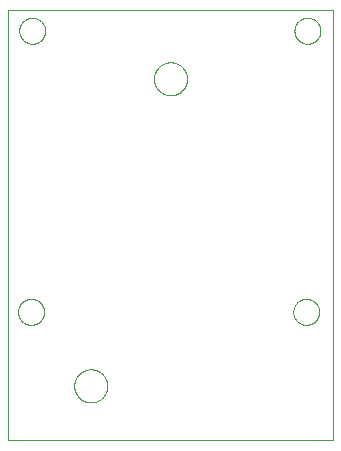
<source format=gbp>
G75*
%MOIN*%
%OFA0B0*%
%FSLAX25Y25*%
%IPPOS*%
%LPD*%
%AMOC8*
5,1,8,0,0,1.08239X$1,22.5*
%
%ADD10C,0.00000*%
D10*
X0022861Y0024554D02*
X0022861Y0167861D01*
X0131129Y0167861D01*
X0131129Y0024554D01*
X0022861Y0024554D01*
X0044908Y0042664D02*
X0044910Y0042812D01*
X0044916Y0042960D01*
X0044926Y0043108D01*
X0044940Y0043255D01*
X0044958Y0043402D01*
X0044979Y0043548D01*
X0045005Y0043694D01*
X0045035Y0043839D01*
X0045068Y0043983D01*
X0045106Y0044126D01*
X0045147Y0044268D01*
X0045192Y0044409D01*
X0045240Y0044549D01*
X0045293Y0044688D01*
X0045349Y0044825D01*
X0045409Y0044960D01*
X0045472Y0045094D01*
X0045539Y0045226D01*
X0045610Y0045356D01*
X0045684Y0045484D01*
X0045761Y0045610D01*
X0045842Y0045734D01*
X0045926Y0045856D01*
X0046013Y0045975D01*
X0046104Y0046092D01*
X0046198Y0046207D01*
X0046294Y0046319D01*
X0046394Y0046429D01*
X0046496Y0046535D01*
X0046602Y0046639D01*
X0046710Y0046740D01*
X0046821Y0046838D01*
X0046934Y0046934D01*
X0047050Y0047026D01*
X0047168Y0047115D01*
X0047289Y0047200D01*
X0047412Y0047283D01*
X0047537Y0047362D01*
X0047664Y0047438D01*
X0047793Y0047510D01*
X0047924Y0047579D01*
X0048057Y0047644D01*
X0048192Y0047705D01*
X0048328Y0047763D01*
X0048465Y0047818D01*
X0048604Y0047868D01*
X0048745Y0047915D01*
X0048886Y0047958D01*
X0049029Y0047998D01*
X0049173Y0048033D01*
X0049317Y0048065D01*
X0049463Y0048092D01*
X0049609Y0048116D01*
X0049756Y0048136D01*
X0049903Y0048152D01*
X0050050Y0048164D01*
X0050198Y0048172D01*
X0050346Y0048176D01*
X0050494Y0048176D01*
X0050642Y0048172D01*
X0050790Y0048164D01*
X0050937Y0048152D01*
X0051084Y0048136D01*
X0051231Y0048116D01*
X0051377Y0048092D01*
X0051523Y0048065D01*
X0051667Y0048033D01*
X0051811Y0047998D01*
X0051954Y0047958D01*
X0052095Y0047915D01*
X0052236Y0047868D01*
X0052375Y0047818D01*
X0052512Y0047763D01*
X0052648Y0047705D01*
X0052783Y0047644D01*
X0052916Y0047579D01*
X0053047Y0047510D01*
X0053176Y0047438D01*
X0053303Y0047362D01*
X0053428Y0047283D01*
X0053551Y0047200D01*
X0053672Y0047115D01*
X0053790Y0047026D01*
X0053906Y0046934D01*
X0054019Y0046838D01*
X0054130Y0046740D01*
X0054238Y0046639D01*
X0054344Y0046535D01*
X0054446Y0046429D01*
X0054546Y0046319D01*
X0054642Y0046207D01*
X0054736Y0046092D01*
X0054827Y0045975D01*
X0054914Y0045856D01*
X0054998Y0045734D01*
X0055079Y0045610D01*
X0055156Y0045484D01*
X0055230Y0045356D01*
X0055301Y0045226D01*
X0055368Y0045094D01*
X0055431Y0044960D01*
X0055491Y0044825D01*
X0055547Y0044688D01*
X0055600Y0044549D01*
X0055648Y0044409D01*
X0055693Y0044268D01*
X0055734Y0044126D01*
X0055772Y0043983D01*
X0055805Y0043839D01*
X0055835Y0043694D01*
X0055861Y0043548D01*
X0055882Y0043402D01*
X0055900Y0043255D01*
X0055914Y0043108D01*
X0055924Y0042960D01*
X0055930Y0042812D01*
X0055932Y0042664D01*
X0055930Y0042516D01*
X0055924Y0042368D01*
X0055914Y0042220D01*
X0055900Y0042073D01*
X0055882Y0041926D01*
X0055861Y0041780D01*
X0055835Y0041634D01*
X0055805Y0041489D01*
X0055772Y0041345D01*
X0055734Y0041202D01*
X0055693Y0041060D01*
X0055648Y0040919D01*
X0055600Y0040779D01*
X0055547Y0040640D01*
X0055491Y0040503D01*
X0055431Y0040368D01*
X0055368Y0040234D01*
X0055301Y0040102D01*
X0055230Y0039972D01*
X0055156Y0039844D01*
X0055079Y0039718D01*
X0054998Y0039594D01*
X0054914Y0039472D01*
X0054827Y0039353D01*
X0054736Y0039236D01*
X0054642Y0039121D01*
X0054546Y0039009D01*
X0054446Y0038899D01*
X0054344Y0038793D01*
X0054238Y0038689D01*
X0054130Y0038588D01*
X0054019Y0038490D01*
X0053906Y0038394D01*
X0053790Y0038302D01*
X0053672Y0038213D01*
X0053551Y0038128D01*
X0053428Y0038045D01*
X0053303Y0037966D01*
X0053176Y0037890D01*
X0053047Y0037818D01*
X0052916Y0037749D01*
X0052783Y0037684D01*
X0052648Y0037623D01*
X0052512Y0037565D01*
X0052375Y0037510D01*
X0052236Y0037460D01*
X0052095Y0037413D01*
X0051954Y0037370D01*
X0051811Y0037330D01*
X0051667Y0037295D01*
X0051523Y0037263D01*
X0051377Y0037236D01*
X0051231Y0037212D01*
X0051084Y0037192D01*
X0050937Y0037176D01*
X0050790Y0037164D01*
X0050642Y0037156D01*
X0050494Y0037152D01*
X0050346Y0037152D01*
X0050198Y0037156D01*
X0050050Y0037164D01*
X0049903Y0037176D01*
X0049756Y0037192D01*
X0049609Y0037212D01*
X0049463Y0037236D01*
X0049317Y0037263D01*
X0049173Y0037295D01*
X0049029Y0037330D01*
X0048886Y0037370D01*
X0048745Y0037413D01*
X0048604Y0037460D01*
X0048465Y0037510D01*
X0048328Y0037565D01*
X0048192Y0037623D01*
X0048057Y0037684D01*
X0047924Y0037749D01*
X0047793Y0037818D01*
X0047664Y0037890D01*
X0047537Y0037966D01*
X0047412Y0038045D01*
X0047289Y0038128D01*
X0047168Y0038213D01*
X0047050Y0038302D01*
X0046934Y0038394D01*
X0046821Y0038490D01*
X0046710Y0038588D01*
X0046602Y0038689D01*
X0046496Y0038793D01*
X0046394Y0038899D01*
X0046294Y0039009D01*
X0046198Y0039121D01*
X0046104Y0039236D01*
X0046013Y0039353D01*
X0045926Y0039472D01*
X0045842Y0039594D01*
X0045761Y0039718D01*
X0045684Y0039844D01*
X0045610Y0039972D01*
X0045539Y0040102D01*
X0045472Y0040234D01*
X0045409Y0040368D01*
X0045349Y0040503D01*
X0045293Y0040640D01*
X0045240Y0040779D01*
X0045192Y0040919D01*
X0045147Y0041060D01*
X0045106Y0041202D01*
X0045068Y0041345D01*
X0045035Y0041489D01*
X0045005Y0041634D01*
X0044979Y0041780D01*
X0044958Y0041926D01*
X0044940Y0042073D01*
X0044926Y0042220D01*
X0044916Y0042368D01*
X0044910Y0042516D01*
X0044908Y0042664D01*
X0026178Y0067339D02*
X0026180Y0067470D01*
X0026186Y0067602D01*
X0026196Y0067733D01*
X0026210Y0067864D01*
X0026228Y0067994D01*
X0026250Y0068123D01*
X0026275Y0068252D01*
X0026305Y0068380D01*
X0026339Y0068507D01*
X0026376Y0068634D01*
X0026417Y0068758D01*
X0026462Y0068882D01*
X0026511Y0069004D01*
X0026563Y0069125D01*
X0026619Y0069243D01*
X0026679Y0069361D01*
X0026742Y0069476D01*
X0026809Y0069589D01*
X0026879Y0069701D01*
X0026952Y0069810D01*
X0027028Y0069916D01*
X0027108Y0070021D01*
X0027191Y0070123D01*
X0027277Y0070222D01*
X0027366Y0070319D01*
X0027458Y0070413D01*
X0027553Y0070504D01*
X0027650Y0070593D01*
X0027750Y0070678D01*
X0027853Y0070760D01*
X0027958Y0070839D01*
X0028065Y0070915D01*
X0028175Y0070987D01*
X0028287Y0071056D01*
X0028401Y0071122D01*
X0028516Y0071184D01*
X0028634Y0071243D01*
X0028753Y0071298D01*
X0028874Y0071350D01*
X0028997Y0071397D01*
X0029121Y0071441D01*
X0029246Y0071482D01*
X0029372Y0071518D01*
X0029500Y0071551D01*
X0029628Y0071579D01*
X0029757Y0071604D01*
X0029887Y0071625D01*
X0030017Y0071642D01*
X0030148Y0071655D01*
X0030279Y0071664D01*
X0030410Y0071669D01*
X0030542Y0071670D01*
X0030673Y0071667D01*
X0030805Y0071660D01*
X0030936Y0071649D01*
X0031066Y0071634D01*
X0031196Y0071615D01*
X0031326Y0071592D01*
X0031454Y0071566D01*
X0031582Y0071535D01*
X0031709Y0071500D01*
X0031835Y0071462D01*
X0031959Y0071420D01*
X0032083Y0071374D01*
X0032204Y0071324D01*
X0032324Y0071271D01*
X0032443Y0071214D01*
X0032560Y0071154D01*
X0032674Y0071090D01*
X0032787Y0071022D01*
X0032898Y0070951D01*
X0033007Y0070877D01*
X0033113Y0070800D01*
X0033217Y0070719D01*
X0033318Y0070636D01*
X0033417Y0070549D01*
X0033513Y0070459D01*
X0033606Y0070366D01*
X0033697Y0070271D01*
X0033784Y0070173D01*
X0033869Y0070072D01*
X0033950Y0069969D01*
X0034028Y0069863D01*
X0034103Y0069755D01*
X0034175Y0069645D01*
X0034243Y0069533D01*
X0034308Y0069419D01*
X0034369Y0069302D01*
X0034427Y0069184D01*
X0034481Y0069064D01*
X0034532Y0068943D01*
X0034579Y0068820D01*
X0034622Y0068696D01*
X0034661Y0068571D01*
X0034697Y0068444D01*
X0034728Y0068316D01*
X0034756Y0068188D01*
X0034780Y0068059D01*
X0034800Y0067929D01*
X0034816Y0067798D01*
X0034828Y0067667D01*
X0034836Y0067536D01*
X0034840Y0067405D01*
X0034840Y0067273D01*
X0034836Y0067142D01*
X0034828Y0067011D01*
X0034816Y0066880D01*
X0034800Y0066749D01*
X0034780Y0066619D01*
X0034756Y0066490D01*
X0034728Y0066362D01*
X0034697Y0066234D01*
X0034661Y0066107D01*
X0034622Y0065982D01*
X0034579Y0065858D01*
X0034532Y0065735D01*
X0034481Y0065614D01*
X0034427Y0065494D01*
X0034369Y0065376D01*
X0034308Y0065259D01*
X0034243Y0065145D01*
X0034175Y0065033D01*
X0034103Y0064923D01*
X0034028Y0064815D01*
X0033950Y0064709D01*
X0033869Y0064606D01*
X0033784Y0064505D01*
X0033697Y0064407D01*
X0033606Y0064312D01*
X0033513Y0064219D01*
X0033417Y0064129D01*
X0033318Y0064042D01*
X0033217Y0063959D01*
X0033113Y0063878D01*
X0033007Y0063801D01*
X0032898Y0063727D01*
X0032787Y0063656D01*
X0032675Y0063588D01*
X0032560Y0063524D01*
X0032443Y0063464D01*
X0032324Y0063407D01*
X0032204Y0063354D01*
X0032083Y0063304D01*
X0031959Y0063258D01*
X0031835Y0063216D01*
X0031709Y0063178D01*
X0031582Y0063143D01*
X0031454Y0063112D01*
X0031326Y0063086D01*
X0031196Y0063063D01*
X0031066Y0063044D01*
X0030936Y0063029D01*
X0030805Y0063018D01*
X0030673Y0063011D01*
X0030542Y0063008D01*
X0030410Y0063009D01*
X0030279Y0063014D01*
X0030148Y0063023D01*
X0030017Y0063036D01*
X0029887Y0063053D01*
X0029757Y0063074D01*
X0029628Y0063099D01*
X0029500Y0063127D01*
X0029372Y0063160D01*
X0029246Y0063196D01*
X0029121Y0063237D01*
X0028997Y0063281D01*
X0028874Y0063328D01*
X0028753Y0063380D01*
X0028634Y0063435D01*
X0028516Y0063494D01*
X0028401Y0063556D01*
X0028287Y0063622D01*
X0028175Y0063691D01*
X0028065Y0063763D01*
X0027958Y0063839D01*
X0027853Y0063918D01*
X0027750Y0064000D01*
X0027650Y0064085D01*
X0027553Y0064174D01*
X0027458Y0064265D01*
X0027366Y0064359D01*
X0027277Y0064456D01*
X0027191Y0064555D01*
X0027108Y0064657D01*
X0027028Y0064762D01*
X0026952Y0064868D01*
X0026879Y0064977D01*
X0026809Y0065089D01*
X0026742Y0065202D01*
X0026679Y0065317D01*
X0026619Y0065435D01*
X0026563Y0065553D01*
X0026511Y0065674D01*
X0026462Y0065796D01*
X0026417Y0065920D01*
X0026376Y0066044D01*
X0026339Y0066171D01*
X0026305Y0066298D01*
X0026275Y0066426D01*
X0026250Y0066555D01*
X0026228Y0066684D01*
X0026210Y0066814D01*
X0026196Y0066945D01*
X0026186Y0067076D01*
X0026180Y0067208D01*
X0026178Y0067339D01*
X0071483Y0145026D02*
X0071485Y0145174D01*
X0071491Y0145322D01*
X0071501Y0145470D01*
X0071515Y0145617D01*
X0071533Y0145764D01*
X0071554Y0145910D01*
X0071580Y0146056D01*
X0071610Y0146201D01*
X0071643Y0146345D01*
X0071681Y0146488D01*
X0071722Y0146630D01*
X0071767Y0146771D01*
X0071815Y0146911D01*
X0071868Y0147050D01*
X0071924Y0147187D01*
X0071984Y0147322D01*
X0072047Y0147456D01*
X0072114Y0147588D01*
X0072185Y0147718D01*
X0072259Y0147846D01*
X0072336Y0147972D01*
X0072417Y0148096D01*
X0072501Y0148218D01*
X0072588Y0148337D01*
X0072679Y0148454D01*
X0072773Y0148569D01*
X0072869Y0148681D01*
X0072969Y0148791D01*
X0073071Y0148897D01*
X0073177Y0149001D01*
X0073285Y0149102D01*
X0073396Y0149200D01*
X0073509Y0149296D01*
X0073625Y0149388D01*
X0073743Y0149477D01*
X0073864Y0149562D01*
X0073987Y0149645D01*
X0074112Y0149724D01*
X0074239Y0149800D01*
X0074368Y0149872D01*
X0074499Y0149941D01*
X0074632Y0150006D01*
X0074767Y0150067D01*
X0074903Y0150125D01*
X0075040Y0150180D01*
X0075179Y0150230D01*
X0075320Y0150277D01*
X0075461Y0150320D01*
X0075604Y0150360D01*
X0075748Y0150395D01*
X0075892Y0150427D01*
X0076038Y0150454D01*
X0076184Y0150478D01*
X0076331Y0150498D01*
X0076478Y0150514D01*
X0076625Y0150526D01*
X0076773Y0150534D01*
X0076921Y0150538D01*
X0077069Y0150538D01*
X0077217Y0150534D01*
X0077365Y0150526D01*
X0077512Y0150514D01*
X0077659Y0150498D01*
X0077806Y0150478D01*
X0077952Y0150454D01*
X0078098Y0150427D01*
X0078242Y0150395D01*
X0078386Y0150360D01*
X0078529Y0150320D01*
X0078670Y0150277D01*
X0078811Y0150230D01*
X0078950Y0150180D01*
X0079087Y0150125D01*
X0079223Y0150067D01*
X0079358Y0150006D01*
X0079491Y0149941D01*
X0079622Y0149872D01*
X0079751Y0149800D01*
X0079878Y0149724D01*
X0080003Y0149645D01*
X0080126Y0149562D01*
X0080247Y0149477D01*
X0080365Y0149388D01*
X0080481Y0149296D01*
X0080594Y0149200D01*
X0080705Y0149102D01*
X0080813Y0149001D01*
X0080919Y0148897D01*
X0081021Y0148791D01*
X0081121Y0148681D01*
X0081217Y0148569D01*
X0081311Y0148454D01*
X0081402Y0148337D01*
X0081489Y0148218D01*
X0081573Y0148096D01*
X0081654Y0147972D01*
X0081731Y0147846D01*
X0081805Y0147718D01*
X0081876Y0147588D01*
X0081943Y0147456D01*
X0082006Y0147322D01*
X0082066Y0147187D01*
X0082122Y0147050D01*
X0082175Y0146911D01*
X0082223Y0146771D01*
X0082268Y0146630D01*
X0082309Y0146488D01*
X0082347Y0146345D01*
X0082380Y0146201D01*
X0082410Y0146056D01*
X0082436Y0145910D01*
X0082457Y0145764D01*
X0082475Y0145617D01*
X0082489Y0145470D01*
X0082499Y0145322D01*
X0082505Y0145174D01*
X0082507Y0145026D01*
X0082505Y0144878D01*
X0082499Y0144730D01*
X0082489Y0144582D01*
X0082475Y0144435D01*
X0082457Y0144288D01*
X0082436Y0144142D01*
X0082410Y0143996D01*
X0082380Y0143851D01*
X0082347Y0143707D01*
X0082309Y0143564D01*
X0082268Y0143422D01*
X0082223Y0143281D01*
X0082175Y0143141D01*
X0082122Y0143002D01*
X0082066Y0142865D01*
X0082006Y0142730D01*
X0081943Y0142596D01*
X0081876Y0142464D01*
X0081805Y0142334D01*
X0081731Y0142206D01*
X0081654Y0142080D01*
X0081573Y0141956D01*
X0081489Y0141834D01*
X0081402Y0141715D01*
X0081311Y0141598D01*
X0081217Y0141483D01*
X0081121Y0141371D01*
X0081021Y0141261D01*
X0080919Y0141155D01*
X0080813Y0141051D01*
X0080705Y0140950D01*
X0080594Y0140852D01*
X0080481Y0140756D01*
X0080365Y0140664D01*
X0080247Y0140575D01*
X0080126Y0140490D01*
X0080003Y0140407D01*
X0079878Y0140328D01*
X0079751Y0140252D01*
X0079622Y0140180D01*
X0079491Y0140111D01*
X0079358Y0140046D01*
X0079223Y0139985D01*
X0079087Y0139927D01*
X0078950Y0139872D01*
X0078811Y0139822D01*
X0078670Y0139775D01*
X0078529Y0139732D01*
X0078386Y0139692D01*
X0078242Y0139657D01*
X0078098Y0139625D01*
X0077952Y0139598D01*
X0077806Y0139574D01*
X0077659Y0139554D01*
X0077512Y0139538D01*
X0077365Y0139526D01*
X0077217Y0139518D01*
X0077069Y0139514D01*
X0076921Y0139514D01*
X0076773Y0139518D01*
X0076625Y0139526D01*
X0076478Y0139538D01*
X0076331Y0139554D01*
X0076184Y0139574D01*
X0076038Y0139598D01*
X0075892Y0139625D01*
X0075748Y0139657D01*
X0075604Y0139692D01*
X0075461Y0139732D01*
X0075320Y0139775D01*
X0075179Y0139822D01*
X0075040Y0139872D01*
X0074903Y0139927D01*
X0074767Y0139985D01*
X0074632Y0140046D01*
X0074499Y0140111D01*
X0074368Y0140180D01*
X0074239Y0140252D01*
X0074112Y0140328D01*
X0073987Y0140407D01*
X0073864Y0140490D01*
X0073743Y0140575D01*
X0073625Y0140664D01*
X0073509Y0140756D01*
X0073396Y0140852D01*
X0073285Y0140950D01*
X0073177Y0141051D01*
X0073071Y0141155D01*
X0072969Y0141261D01*
X0072869Y0141371D01*
X0072773Y0141483D01*
X0072679Y0141598D01*
X0072588Y0141715D01*
X0072501Y0141834D01*
X0072417Y0141956D01*
X0072336Y0142080D01*
X0072259Y0142206D01*
X0072185Y0142334D01*
X0072114Y0142464D01*
X0072047Y0142596D01*
X0071984Y0142730D01*
X0071924Y0142865D01*
X0071868Y0143002D01*
X0071815Y0143141D01*
X0071767Y0143281D01*
X0071722Y0143422D01*
X0071681Y0143564D01*
X0071643Y0143707D01*
X0071610Y0143851D01*
X0071580Y0143996D01*
X0071554Y0144142D01*
X0071533Y0144288D01*
X0071515Y0144435D01*
X0071501Y0144582D01*
X0071491Y0144730D01*
X0071485Y0144878D01*
X0071483Y0145026D01*
X0026571Y0161040D02*
X0026573Y0161171D01*
X0026579Y0161303D01*
X0026589Y0161434D01*
X0026603Y0161565D01*
X0026621Y0161695D01*
X0026643Y0161824D01*
X0026668Y0161953D01*
X0026698Y0162081D01*
X0026732Y0162208D01*
X0026769Y0162335D01*
X0026810Y0162459D01*
X0026855Y0162583D01*
X0026904Y0162705D01*
X0026956Y0162826D01*
X0027012Y0162944D01*
X0027072Y0163062D01*
X0027135Y0163177D01*
X0027202Y0163290D01*
X0027272Y0163402D01*
X0027345Y0163511D01*
X0027421Y0163617D01*
X0027501Y0163722D01*
X0027584Y0163824D01*
X0027670Y0163923D01*
X0027759Y0164020D01*
X0027851Y0164114D01*
X0027946Y0164205D01*
X0028043Y0164294D01*
X0028143Y0164379D01*
X0028246Y0164461D01*
X0028351Y0164540D01*
X0028458Y0164616D01*
X0028568Y0164688D01*
X0028680Y0164757D01*
X0028794Y0164823D01*
X0028909Y0164885D01*
X0029027Y0164944D01*
X0029146Y0164999D01*
X0029267Y0165051D01*
X0029390Y0165098D01*
X0029514Y0165142D01*
X0029639Y0165183D01*
X0029765Y0165219D01*
X0029893Y0165252D01*
X0030021Y0165280D01*
X0030150Y0165305D01*
X0030280Y0165326D01*
X0030410Y0165343D01*
X0030541Y0165356D01*
X0030672Y0165365D01*
X0030803Y0165370D01*
X0030935Y0165371D01*
X0031066Y0165368D01*
X0031198Y0165361D01*
X0031329Y0165350D01*
X0031459Y0165335D01*
X0031589Y0165316D01*
X0031719Y0165293D01*
X0031847Y0165267D01*
X0031975Y0165236D01*
X0032102Y0165201D01*
X0032228Y0165163D01*
X0032352Y0165121D01*
X0032476Y0165075D01*
X0032597Y0165025D01*
X0032717Y0164972D01*
X0032836Y0164915D01*
X0032953Y0164855D01*
X0033067Y0164791D01*
X0033180Y0164723D01*
X0033291Y0164652D01*
X0033400Y0164578D01*
X0033506Y0164501D01*
X0033610Y0164420D01*
X0033711Y0164337D01*
X0033810Y0164250D01*
X0033906Y0164160D01*
X0033999Y0164067D01*
X0034090Y0163972D01*
X0034177Y0163874D01*
X0034262Y0163773D01*
X0034343Y0163670D01*
X0034421Y0163564D01*
X0034496Y0163456D01*
X0034568Y0163346D01*
X0034636Y0163234D01*
X0034701Y0163120D01*
X0034762Y0163003D01*
X0034820Y0162885D01*
X0034874Y0162765D01*
X0034925Y0162644D01*
X0034972Y0162521D01*
X0035015Y0162397D01*
X0035054Y0162272D01*
X0035090Y0162145D01*
X0035121Y0162017D01*
X0035149Y0161889D01*
X0035173Y0161760D01*
X0035193Y0161630D01*
X0035209Y0161499D01*
X0035221Y0161368D01*
X0035229Y0161237D01*
X0035233Y0161106D01*
X0035233Y0160974D01*
X0035229Y0160843D01*
X0035221Y0160712D01*
X0035209Y0160581D01*
X0035193Y0160450D01*
X0035173Y0160320D01*
X0035149Y0160191D01*
X0035121Y0160063D01*
X0035090Y0159935D01*
X0035054Y0159808D01*
X0035015Y0159683D01*
X0034972Y0159559D01*
X0034925Y0159436D01*
X0034874Y0159315D01*
X0034820Y0159195D01*
X0034762Y0159077D01*
X0034701Y0158960D01*
X0034636Y0158846D01*
X0034568Y0158734D01*
X0034496Y0158624D01*
X0034421Y0158516D01*
X0034343Y0158410D01*
X0034262Y0158307D01*
X0034177Y0158206D01*
X0034090Y0158108D01*
X0033999Y0158013D01*
X0033906Y0157920D01*
X0033810Y0157830D01*
X0033711Y0157743D01*
X0033610Y0157660D01*
X0033506Y0157579D01*
X0033400Y0157502D01*
X0033291Y0157428D01*
X0033180Y0157357D01*
X0033068Y0157289D01*
X0032953Y0157225D01*
X0032836Y0157165D01*
X0032717Y0157108D01*
X0032597Y0157055D01*
X0032476Y0157005D01*
X0032352Y0156959D01*
X0032228Y0156917D01*
X0032102Y0156879D01*
X0031975Y0156844D01*
X0031847Y0156813D01*
X0031719Y0156787D01*
X0031589Y0156764D01*
X0031459Y0156745D01*
X0031329Y0156730D01*
X0031198Y0156719D01*
X0031066Y0156712D01*
X0030935Y0156709D01*
X0030803Y0156710D01*
X0030672Y0156715D01*
X0030541Y0156724D01*
X0030410Y0156737D01*
X0030280Y0156754D01*
X0030150Y0156775D01*
X0030021Y0156800D01*
X0029893Y0156828D01*
X0029765Y0156861D01*
X0029639Y0156897D01*
X0029514Y0156938D01*
X0029390Y0156982D01*
X0029267Y0157029D01*
X0029146Y0157081D01*
X0029027Y0157136D01*
X0028909Y0157195D01*
X0028794Y0157257D01*
X0028680Y0157323D01*
X0028568Y0157392D01*
X0028458Y0157464D01*
X0028351Y0157540D01*
X0028246Y0157619D01*
X0028143Y0157701D01*
X0028043Y0157786D01*
X0027946Y0157875D01*
X0027851Y0157966D01*
X0027759Y0158060D01*
X0027670Y0158157D01*
X0027584Y0158256D01*
X0027501Y0158358D01*
X0027421Y0158463D01*
X0027345Y0158569D01*
X0027272Y0158678D01*
X0027202Y0158790D01*
X0027135Y0158903D01*
X0027072Y0159018D01*
X0027012Y0159136D01*
X0026956Y0159254D01*
X0026904Y0159375D01*
X0026855Y0159497D01*
X0026810Y0159621D01*
X0026769Y0159745D01*
X0026732Y0159872D01*
X0026698Y0159999D01*
X0026668Y0160127D01*
X0026643Y0160256D01*
X0026621Y0160385D01*
X0026603Y0160515D01*
X0026589Y0160646D01*
X0026579Y0160777D01*
X0026573Y0160909D01*
X0026571Y0161040D01*
X0118304Y0161040D02*
X0118306Y0161171D01*
X0118312Y0161303D01*
X0118322Y0161434D01*
X0118336Y0161565D01*
X0118354Y0161695D01*
X0118376Y0161824D01*
X0118401Y0161953D01*
X0118431Y0162081D01*
X0118465Y0162208D01*
X0118502Y0162335D01*
X0118543Y0162459D01*
X0118588Y0162583D01*
X0118637Y0162705D01*
X0118689Y0162826D01*
X0118745Y0162944D01*
X0118805Y0163062D01*
X0118868Y0163177D01*
X0118935Y0163290D01*
X0119005Y0163402D01*
X0119078Y0163511D01*
X0119154Y0163617D01*
X0119234Y0163722D01*
X0119317Y0163824D01*
X0119403Y0163923D01*
X0119492Y0164020D01*
X0119584Y0164114D01*
X0119679Y0164205D01*
X0119776Y0164294D01*
X0119876Y0164379D01*
X0119979Y0164461D01*
X0120084Y0164540D01*
X0120191Y0164616D01*
X0120301Y0164688D01*
X0120413Y0164757D01*
X0120527Y0164823D01*
X0120642Y0164885D01*
X0120760Y0164944D01*
X0120879Y0164999D01*
X0121000Y0165051D01*
X0121123Y0165098D01*
X0121247Y0165142D01*
X0121372Y0165183D01*
X0121498Y0165219D01*
X0121626Y0165252D01*
X0121754Y0165280D01*
X0121883Y0165305D01*
X0122013Y0165326D01*
X0122143Y0165343D01*
X0122274Y0165356D01*
X0122405Y0165365D01*
X0122536Y0165370D01*
X0122668Y0165371D01*
X0122799Y0165368D01*
X0122931Y0165361D01*
X0123062Y0165350D01*
X0123192Y0165335D01*
X0123322Y0165316D01*
X0123452Y0165293D01*
X0123580Y0165267D01*
X0123708Y0165236D01*
X0123835Y0165201D01*
X0123961Y0165163D01*
X0124085Y0165121D01*
X0124209Y0165075D01*
X0124330Y0165025D01*
X0124450Y0164972D01*
X0124569Y0164915D01*
X0124686Y0164855D01*
X0124800Y0164791D01*
X0124913Y0164723D01*
X0125024Y0164652D01*
X0125133Y0164578D01*
X0125239Y0164501D01*
X0125343Y0164420D01*
X0125444Y0164337D01*
X0125543Y0164250D01*
X0125639Y0164160D01*
X0125732Y0164067D01*
X0125823Y0163972D01*
X0125910Y0163874D01*
X0125995Y0163773D01*
X0126076Y0163670D01*
X0126154Y0163564D01*
X0126229Y0163456D01*
X0126301Y0163346D01*
X0126369Y0163234D01*
X0126434Y0163120D01*
X0126495Y0163003D01*
X0126553Y0162885D01*
X0126607Y0162765D01*
X0126658Y0162644D01*
X0126705Y0162521D01*
X0126748Y0162397D01*
X0126787Y0162272D01*
X0126823Y0162145D01*
X0126854Y0162017D01*
X0126882Y0161889D01*
X0126906Y0161760D01*
X0126926Y0161630D01*
X0126942Y0161499D01*
X0126954Y0161368D01*
X0126962Y0161237D01*
X0126966Y0161106D01*
X0126966Y0160974D01*
X0126962Y0160843D01*
X0126954Y0160712D01*
X0126942Y0160581D01*
X0126926Y0160450D01*
X0126906Y0160320D01*
X0126882Y0160191D01*
X0126854Y0160063D01*
X0126823Y0159935D01*
X0126787Y0159808D01*
X0126748Y0159683D01*
X0126705Y0159559D01*
X0126658Y0159436D01*
X0126607Y0159315D01*
X0126553Y0159195D01*
X0126495Y0159077D01*
X0126434Y0158960D01*
X0126369Y0158846D01*
X0126301Y0158734D01*
X0126229Y0158624D01*
X0126154Y0158516D01*
X0126076Y0158410D01*
X0125995Y0158307D01*
X0125910Y0158206D01*
X0125823Y0158108D01*
X0125732Y0158013D01*
X0125639Y0157920D01*
X0125543Y0157830D01*
X0125444Y0157743D01*
X0125343Y0157660D01*
X0125239Y0157579D01*
X0125133Y0157502D01*
X0125024Y0157428D01*
X0124913Y0157357D01*
X0124801Y0157289D01*
X0124686Y0157225D01*
X0124569Y0157165D01*
X0124450Y0157108D01*
X0124330Y0157055D01*
X0124209Y0157005D01*
X0124085Y0156959D01*
X0123961Y0156917D01*
X0123835Y0156879D01*
X0123708Y0156844D01*
X0123580Y0156813D01*
X0123452Y0156787D01*
X0123322Y0156764D01*
X0123192Y0156745D01*
X0123062Y0156730D01*
X0122931Y0156719D01*
X0122799Y0156712D01*
X0122668Y0156709D01*
X0122536Y0156710D01*
X0122405Y0156715D01*
X0122274Y0156724D01*
X0122143Y0156737D01*
X0122013Y0156754D01*
X0121883Y0156775D01*
X0121754Y0156800D01*
X0121626Y0156828D01*
X0121498Y0156861D01*
X0121372Y0156897D01*
X0121247Y0156938D01*
X0121123Y0156982D01*
X0121000Y0157029D01*
X0120879Y0157081D01*
X0120760Y0157136D01*
X0120642Y0157195D01*
X0120527Y0157257D01*
X0120413Y0157323D01*
X0120301Y0157392D01*
X0120191Y0157464D01*
X0120084Y0157540D01*
X0119979Y0157619D01*
X0119876Y0157701D01*
X0119776Y0157786D01*
X0119679Y0157875D01*
X0119584Y0157966D01*
X0119492Y0158060D01*
X0119403Y0158157D01*
X0119317Y0158256D01*
X0119234Y0158358D01*
X0119154Y0158463D01*
X0119078Y0158569D01*
X0119005Y0158678D01*
X0118935Y0158790D01*
X0118868Y0158903D01*
X0118805Y0159018D01*
X0118745Y0159136D01*
X0118689Y0159254D01*
X0118637Y0159375D01*
X0118588Y0159497D01*
X0118543Y0159621D01*
X0118502Y0159745D01*
X0118465Y0159872D01*
X0118431Y0159999D01*
X0118401Y0160127D01*
X0118376Y0160256D01*
X0118354Y0160385D01*
X0118336Y0160515D01*
X0118322Y0160646D01*
X0118312Y0160777D01*
X0118306Y0160909D01*
X0118304Y0161040D01*
X0117910Y0067339D02*
X0117912Y0067470D01*
X0117918Y0067602D01*
X0117928Y0067733D01*
X0117942Y0067864D01*
X0117960Y0067994D01*
X0117982Y0068123D01*
X0118007Y0068252D01*
X0118037Y0068380D01*
X0118071Y0068507D01*
X0118108Y0068634D01*
X0118149Y0068758D01*
X0118194Y0068882D01*
X0118243Y0069004D01*
X0118295Y0069125D01*
X0118351Y0069243D01*
X0118411Y0069361D01*
X0118474Y0069476D01*
X0118541Y0069589D01*
X0118611Y0069701D01*
X0118684Y0069810D01*
X0118760Y0069916D01*
X0118840Y0070021D01*
X0118923Y0070123D01*
X0119009Y0070222D01*
X0119098Y0070319D01*
X0119190Y0070413D01*
X0119285Y0070504D01*
X0119382Y0070593D01*
X0119482Y0070678D01*
X0119585Y0070760D01*
X0119690Y0070839D01*
X0119797Y0070915D01*
X0119907Y0070987D01*
X0120019Y0071056D01*
X0120133Y0071122D01*
X0120248Y0071184D01*
X0120366Y0071243D01*
X0120485Y0071298D01*
X0120606Y0071350D01*
X0120729Y0071397D01*
X0120853Y0071441D01*
X0120978Y0071482D01*
X0121104Y0071518D01*
X0121232Y0071551D01*
X0121360Y0071579D01*
X0121489Y0071604D01*
X0121619Y0071625D01*
X0121749Y0071642D01*
X0121880Y0071655D01*
X0122011Y0071664D01*
X0122142Y0071669D01*
X0122274Y0071670D01*
X0122405Y0071667D01*
X0122537Y0071660D01*
X0122668Y0071649D01*
X0122798Y0071634D01*
X0122928Y0071615D01*
X0123058Y0071592D01*
X0123186Y0071566D01*
X0123314Y0071535D01*
X0123441Y0071500D01*
X0123567Y0071462D01*
X0123691Y0071420D01*
X0123815Y0071374D01*
X0123936Y0071324D01*
X0124056Y0071271D01*
X0124175Y0071214D01*
X0124292Y0071154D01*
X0124406Y0071090D01*
X0124519Y0071022D01*
X0124630Y0070951D01*
X0124739Y0070877D01*
X0124845Y0070800D01*
X0124949Y0070719D01*
X0125050Y0070636D01*
X0125149Y0070549D01*
X0125245Y0070459D01*
X0125338Y0070366D01*
X0125429Y0070271D01*
X0125516Y0070173D01*
X0125601Y0070072D01*
X0125682Y0069969D01*
X0125760Y0069863D01*
X0125835Y0069755D01*
X0125907Y0069645D01*
X0125975Y0069533D01*
X0126040Y0069419D01*
X0126101Y0069302D01*
X0126159Y0069184D01*
X0126213Y0069064D01*
X0126264Y0068943D01*
X0126311Y0068820D01*
X0126354Y0068696D01*
X0126393Y0068571D01*
X0126429Y0068444D01*
X0126460Y0068316D01*
X0126488Y0068188D01*
X0126512Y0068059D01*
X0126532Y0067929D01*
X0126548Y0067798D01*
X0126560Y0067667D01*
X0126568Y0067536D01*
X0126572Y0067405D01*
X0126572Y0067273D01*
X0126568Y0067142D01*
X0126560Y0067011D01*
X0126548Y0066880D01*
X0126532Y0066749D01*
X0126512Y0066619D01*
X0126488Y0066490D01*
X0126460Y0066362D01*
X0126429Y0066234D01*
X0126393Y0066107D01*
X0126354Y0065982D01*
X0126311Y0065858D01*
X0126264Y0065735D01*
X0126213Y0065614D01*
X0126159Y0065494D01*
X0126101Y0065376D01*
X0126040Y0065259D01*
X0125975Y0065145D01*
X0125907Y0065033D01*
X0125835Y0064923D01*
X0125760Y0064815D01*
X0125682Y0064709D01*
X0125601Y0064606D01*
X0125516Y0064505D01*
X0125429Y0064407D01*
X0125338Y0064312D01*
X0125245Y0064219D01*
X0125149Y0064129D01*
X0125050Y0064042D01*
X0124949Y0063959D01*
X0124845Y0063878D01*
X0124739Y0063801D01*
X0124630Y0063727D01*
X0124519Y0063656D01*
X0124407Y0063588D01*
X0124292Y0063524D01*
X0124175Y0063464D01*
X0124056Y0063407D01*
X0123936Y0063354D01*
X0123815Y0063304D01*
X0123691Y0063258D01*
X0123567Y0063216D01*
X0123441Y0063178D01*
X0123314Y0063143D01*
X0123186Y0063112D01*
X0123058Y0063086D01*
X0122928Y0063063D01*
X0122798Y0063044D01*
X0122668Y0063029D01*
X0122537Y0063018D01*
X0122405Y0063011D01*
X0122274Y0063008D01*
X0122142Y0063009D01*
X0122011Y0063014D01*
X0121880Y0063023D01*
X0121749Y0063036D01*
X0121619Y0063053D01*
X0121489Y0063074D01*
X0121360Y0063099D01*
X0121232Y0063127D01*
X0121104Y0063160D01*
X0120978Y0063196D01*
X0120853Y0063237D01*
X0120729Y0063281D01*
X0120606Y0063328D01*
X0120485Y0063380D01*
X0120366Y0063435D01*
X0120248Y0063494D01*
X0120133Y0063556D01*
X0120019Y0063622D01*
X0119907Y0063691D01*
X0119797Y0063763D01*
X0119690Y0063839D01*
X0119585Y0063918D01*
X0119482Y0064000D01*
X0119382Y0064085D01*
X0119285Y0064174D01*
X0119190Y0064265D01*
X0119098Y0064359D01*
X0119009Y0064456D01*
X0118923Y0064555D01*
X0118840Y0064657D01*
X0118760Y0064762D01*
X0118684Y0064868D01*
X0118611Y0064977D01*
X0118541Y0065089D01*
X0118474Y0065202D01*
X0118411Y0065317D01*
X0118351Y0065435D01*
X0118295Y0065553D01*
X0118243Y0065674D01*
X0118194Y0065796D01*
X0118149Y0065920D01*
X0118108Y0066044D01*
X0118071Y0066171D01*
X0118037Y0066298D01*
X0118007Y0066426D01*
X0117982Y0066555D01*
X0117960Y0066684D01*
X0117942Y0066814D01*
X0117928Y0066945D01*
X0117918Y0067076D01*
X0117912Y0067208D01*
X0117910Y0067339D01*
M02*

</source>
